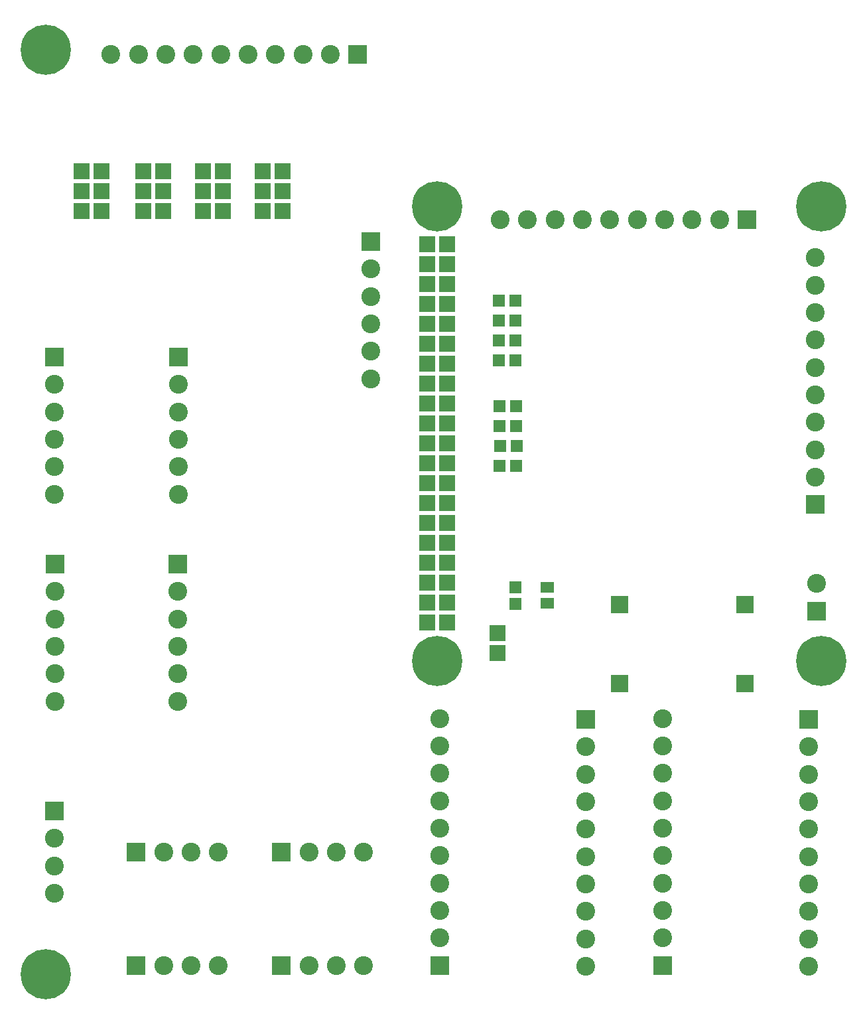
<source format=gts>
G04 Layer: TopSolderMaskLayer*
G04 EasyEDA v5.9.42, Thu, 28 Feb 2019 09:02:48 GMT*
G04 e03dab3afe2a44069860df784644e5b2*
G04 Gerber Generator version 0.2*
G04 Scale: 100 percent, Rotated: No, Reflected: No *
G04 Dimensions in millimeters *
G04 leading zeros omitted , absolute positions ,3 integer and 3 decimal *
%FSLAX33Y33*%
%MOMM*%
G90*
G71D02*

%ADD47R,2.133600X2.133600*%
%ADD48R,2.082800X2.082800*%
%ADD49R,1.673098X1.363218*%
%ADD50R,1.602740X1.503680*%
%ADD51R,1.503680X1.602740*%
%ADD52R,2.403196X2.403196*%
%ADD53C,2.403196*%
%ADD54R,2.404008X2.404008*%
%ADD55R,2.203196X2.203196*%
%ADD56C,6.403188*%

%LPD*%
G54D47*
G01X10610Y105950D03*
G01X10610Y103410D03*
G01X10610Y100870D03*
G01X8070Y105950D03*
G01X8070Y103410D03*
G01X8070Y100870D03*
G01X18484Y105950D03*
G01X18484Y103410D03*
G01X18484Y100870D03*
G01X15944Y105950D03*
G01X15944Y103410D03*
G01X15944Y100870D03*
G01X26104Y105950D03*
G01X26104Y103410D03*
G01X26104Y100870D03*
G01X23564Y105950D03*
G01X23564Y103410D03*
G01X23564Y100870D03*
G01X33724Y105950D03*
G01X33724Y103410D03*
G01X33724Y100870D03*
G01X31184Y105950D03*
G01X31184Y103410D03*
G01X31184Y100870D03*
G54D48*
G01X54770Y48370D03*
G01X52230Y48370D03*
G01X54770Y50910D03*
G01X52230Y50910D03*
G01X54770Y53450D03*
G01X52230Y53450D03*
G01X54770Y55990D03*
G01X52230Y55990D03*
G01X54770Y58530D03*
G01X52230Y58530D03*
G01X54770Y61070D03*
G01X52230Y61070D03*
G01X54770Y63610D03*
G01X52230Y63610D03*
G01X54770Y66150D03*
G01X52230Y66150D03*
G01X54770Y68690D03*
G01X52230Y68690D03*
G01X54770Y71230D03*
G01X52230Y71230D03*
G01X54770Y73770D03*
G01X52230Y73770D03*
G01X54770Y76310D03*
G01X52230Y76310D03*
G01X54770Y78850D03*
G01X52230Y78850D03*
G01X54770Y81390D03*
G01X52230Y81390D03*
G01X54770Y83930D03*
G01X52230Y83930D03*
G01X54770Y86470D03*
G01X52230Y86470D03*
G01X54770Y89010D03*
G01X52230Y89010D03*
G01X54770Y91550D03*
G01X52230Y91550D03*
G01X54770Y94090D03*
G01X52230Y94090D03*
G01X54770Y96630D03*
G01X52230Y96630D03*
G54D49*
G01X67506Y50832D03*
G01X67506Y52864D03*
G54D50*
G01X63443Y50814D03*
G01X63443Y52914D03*
G54D47*
G01X61156Y44482D03*
G01X61156Y47022D03*
G54D51*
G01X63518Y68359D03*
G01X61417Y68359D03*
G01X63576Y70899D03*
G01X61476Y70899D03*
G01X63518Y75979D03*
G01X61417Y75979D03*
G01X63518Y73439D03*
G01X61417Y73439D03*
G01X63459Y81821D03*
G01X61359Y81821D03*
G01X63459Y84361D03*
G01X61359Y84361D03*
G01X63459Y89441D03*
G01X61359Y89441D03*
G01X63459Y86901D03*
G01X61359Y86901D03*
G54D52*
G01X43315Y120872D03*
G54D53*
G01X39815Y120871D03*
G01X36316Y120871D03*
G01X32815Y120871D03*
G01X29316Y120871D03*
G01X25815Y120871D03*
G01X22316Y120871D03*
G01X18815Y120871D03*
G01X15316Y120871D03*
G01X11816Y120871D03*
G54D52*
G01X20383Y55851D03*
G54D53*
G01X20383Y52351D03*
G01X20383Y48852D03*
G01X20383Y45351D03*
G01X20383Y41852D03*
G01X20383Y38351D03*
G54D52*
G01X33588Y19145D03*
G54D53*
G01X37087Y19146D03*
G01X40587Y19146D03*
G01X44087Y19146D03*
G54D52*
G01X15046Y19145D03*
G54D53*
G01X18545Y19146D03*
G01X22045Y19146D03*
G01X25545Y19146D03*
G54D52*
G01X4635Y24355D03*
G54D53*
G01X4635Y20855D03*
G01X4635Y17356D03*
G01X4635Y13855D03*
G54D52*
G01X100843Y36039D03*
G54D53*
G01X100844Y32539D03*
G01X100844Y29040D03*
G01X100844Y25539D03*
G01X100844Y22040D03*
G01X100844Y18539D03*
G01X100844Y15040D03*
G01X100844Y11539D03*
G01X100844Y8040D03*
G01X100844Y4539D03*
G54D52*
G01X101729Y63443D03*
G54D53*
G01X101729Y66942D03*
G01X101729Y70442D03*
G01X101729Y73942D03*
G01X101729Y77442D03*
G01X101729Y80942D03*
G01X101729Y84442D03*
G01X101729Y87942D03*
G01X101729Y91442D03*
G01X101729Y94942D03*
G54D54*
G01X101849Y49876D03*
G54D53*
G01X101848Y53376D03*
G54D52*
G01X92994Y99785D03*
G54D53*
G01X89495Y99784D03*
G01X85995Y99784D03*
G01X82495Y99784D03*
G01X78995Y99784D03*
G01X75495Y99784D03*
G01X71995Y99784D03*
G01X68495Y99784D03*
G01X64995Y99784D03*
G01X61495Y99784D03*
G54D52*
G01X4635Y82267D03*
G54D53*
G01X4635Y78767D03*
G01X4635Y75268D03*
G01X4635Y71767D03*
G01X4635Y68268D03*
G01X4635Y64767D03*
G54D52*
G01X20442Y82267D03*
G54D53*
G01X20442Y78767D03*
G01X20442Y75268D03*
G01X20442Y71767D03*
G01X20442Y68268D03*
G01X20442Y64767D03*
G54D52*
G01X33589Y4667D03*
G54D53*
G01X37088Y4668D03*
G01X40588Y4668D03*
G01X44088Y4668D03*
G54D52*
G01X15047Y4667D03*
G54D53*
G01X18546Y4668D03*
G01X22046Y4668D03*
G01X25546Y4668D03*
G54D52*
G01X4694Y55851D03*
G54D53*
G01X4694Y52351D03*
G01X4694Y48852D03*
G01X4694Y45351D03*
G01X4694Y41852D03*
G01X4694Y38351D03*
G54D52*
G01X72453Y36039D03*
G54D53*
G01X72453Y32539D03*
G01X72453Y29040D03*
G01X72453Y25539D03*
G01X72453Y22040D03*
G01X72453Y18539D03*
G01X72453Y15040D03*
G01X72453Y11539D03*
G01X72453Y8040D03*
G01X72453Y4539D03*
G54D52*
G01X53784Y4664D03*
G54D53*
G01X53783Y8164D03*
G01X53783Y11663D03*
G01X53783Y15164D03*
G01X53783Y18663D03*
G01X53783Y22164D03*
G01X53783Y25663D03*
G01X53783Y29164D03*
G01X53783Y32663D03*
G01X53783Y36164D03*
G54D52*
G01X45021Y96999D03*
G54D53*
G01X45021Y93499D03*
G01X45021Y90000D03*
G01X45021Y86499D03*
G01X45021Y83000D03*
G01X45021Y79499D03*
G54D52*
G01X82232Y4664D03*
G54D53*
G01X82231Y8164D03*
G01X82231Y11663D03*
G01X82231Y15164D03*
G01X82231Y18663D03*
G01X82231Y22164D03*
G01X82231Y25663D03*
G01X82231Y29164D03*
G01X82231Y32663D03*
G01X82231Y36164D03*
G54D55*
G01X92725Y40656D03*
G01X92725Y50655D03*
G01X76725Y40656D03*
G01X76725Y50655D03*
G54D56*
G01X3500Y121499D03*
G01X3500Y3499D03*
G01X102499Y43500D03*
G01X102499Y101499D03*
G01X53499Y101499D03*
G01X53499Y43500D03*
M00*
M02*

</source>
